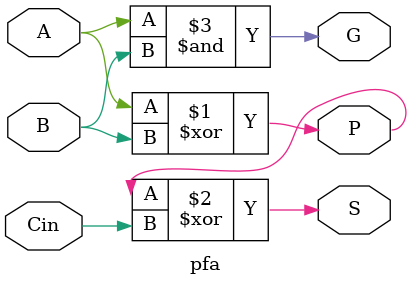
<source format=v>
module pfa(A,B,Cin,S,P,G);

input A,B,Cin;
output S,P,G;


assign P = A^B;
assign S = P^Cin;
assign G = A&B;


endmodule

</source>
